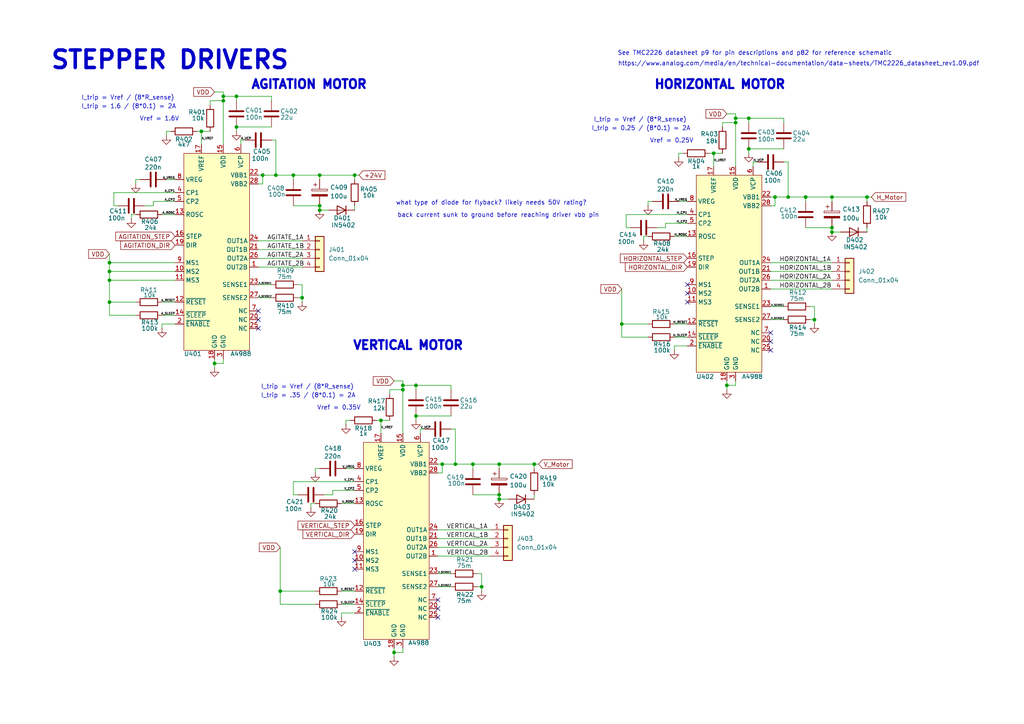
<source format=kicad_sch>
(kicad_sch (version 20250114) (generator "eeschema") (generator_version "9.0")
  (paper "A4")
  (lib_symbols
    (symbol "A4988_1"
      (property "Reference" "U" (at -7.874 20.066 0))
      (property "Value" "A4988" (at 7.366 -39.37 0))
      (symbol "A4988_1_1_1"
        (pin passive line (at -11.43 11.43 0) (length 2.54) (name "VREG") (number "8"))
        (pin input line (at -11.43 7.62 0) (length 2.54) (name "CP1") (number "4"))
        (pin input line (at -11.43 5.08 0) (length 2.54) (name "CP2") (number "5"))
        (pin input line (at -11.43 1.27 0) (length 2.54) (name "ROSC") (number "13"))
        (pin input line (at -11.43 -5.08 0) (length 2.54) (name "STEP") (number "16"))
        (pin input line (at -11.43 -7.62 0) (length 2.54) (name "DIR") (number "19"))
        (pin input line (at -11.43 -12.7 0) (length 2.54) (name "MS1") (number "9"))
        (pin input line (at -11.43 -15.24 0) (length 2.54) (name "MS2") (number "10"))
        (pin input line (at -11.43 -17.78 0) (length 2.54) (name "MS3") (number "11"))
        (pin input line (at -11.43 -24.13 0) (length 2.54) (name "~{RESET}") (number "12"))
        (pin input line (at -11.43 -27.94 0) (length 2.54) (name "~{SLEEP}") (number "14"))
        (pin input line (at -11.43 -30.48 0) (length 2.54) (name "~{ENABLE}") (number "2"))
        (pin passive line (at -3.81 21.59 270) (length 2.54) (name "VREF") (number "17"))
        (pin passive line (at 0 -40.64 90) (length 2.54) (name "GND") (number "18"))
        (pin passive line (at 2.54 21.59 270) (length 2.54) (name "VDD") (number "15"))
        (pin passive line (at 2.54 -40.64 90) (length 2.54) (name "GND") (number "3"))
        (pin input line (at 7.62 21.59 270) (length 2.54) (name "VCP") (number "6"))
        (pin input line (at 12.7 12.7 180) (length 2.54) (name "VBB1") (number "22"))
        (pin input line (at 12.7 10.16 180) (length 2.54) (name "VBB2") (number "28"))
        (pin output line (at 12.7 -6.35 180) (length 2.54) (name "OUT1A") (number "24"))
        (pin output line (at 12.7 -8.89 180) (length 2.54) (name "OUT1B") (number "21"))
        (pin output line (at 12.7 -11.43 180) (length 2.54) (name "OUT2A") (number "26"))
        (pin output line (at 12.7 -13.97 180) (length 2.54) (name "OUT2B") (number "1"))
        (pin passive line (at 12.7 -19.05 180) (length 2.54) (name "SENSE1") (number "23"))
        (pin passive line (at 12.7 -22.86 180) (length 2.54) (name "SENSE2") (number "27"))
        (pin passive line (at 12.7 -26.67 180) (length 2.54) (name "NC") (number "7"))
        (pin passive line (at 12.7 -29.21 180) (length 2.54) (name "NC") (number "20"))
        (pin passive line (at 12.7 -31.75 180) (length 2.54) (name "NC") (number "25"))
      )
    )
    (symbol "A4988_2"
      (property "Reference" "U" (at -7.874 20.066 0))
      (property "Value" "A4988" (at 7.366 -39.37 0))
      (symbol "A4988_2_1_1"
        (pin passive line (at -11.43 11.43 0) (length 2.54) (name "VREG") (number "8"))
        (pin input line (at -11.43 7.62 0) (length 2.54) (name "CP1") (number "4"))
        (pin input line (at -11.43 5.08 0) (length 2.54) (name "CP2") (number "5"))
        (pin input line (at -11.43 1.27 0) (length 2.54) (name "ROSC") (number "13"))
        (pin input line (at -11.43 -5.08 0) (length 2.54) (name "STEP") (number "16"))
        (pin input line (at -11.43 -7.62 0) (length 2.54) (name "DIR") (number "19"))
        (pin input line (at -11.43 -12.7 0) (length 2.54) (name "MS1") (number "9"))
        (pin input line (at -11.43 -15.24 0) (length 2.54) (name "MS2") (number "10"))
        (pin input line (at -11.43 -17.78 0) (length 2.54) (name "MS3") (number "11"))
        (pin input line (at -11.43 -24.13 0) (length 2.54) (name "~{RESET}") (number "12"))
        (pin input line (at -11.43 -27.94 0) (length 2.54) (name "~{SLEEP}") (number "14"))
        (pin input line (at -11.43 -30.48 0) (length 2.54) (name "~{ENABLE}") (number "2"))
        (pin passive line (at -3.81 21.59 270) (length 2.54) (name "VREF") (number "17"))
        (pin passive line (at 0 -40.64 90) (length 2.54) (name "GND") (number "18"))
        (pin passive line (at 2.54 21.59 270) (length 2.54) (name "VDD") (number "15"))
        (pin passive line (at 2.54 -40.64 90) (length 2.54) (name "GND") (number "3"))
        (pin input line (at 7.62 21.59 270) (length 2.54) (name "VCP") (number "6"))
        (pin input line (at 12.7 12.7 180) (length 2.54) (name "VBB1") (number "22"))
        (pin input line (at 12.7 10.16 180) (length 2.54) (name "VBB2") (number "28"))
        (pin output line (at 12.7 -6.35 180) (length 2.54) (name "OUT1A") (number "24"))
        (pin output line (at 12.7 -8.89 180) (length 2.54) (name "OUT1B") (number "21"))
        (pin output line (at 12.7 -11.43 180) (length 2.54) (name "OUT2A") (number "26"))
        (pin output line (at 12.7 -13.97 180) (length 2.54) (name "OUT2B") (number "1"))
        (pin passive line (at 12.7 -19.05 180) (length 2.54) (name "SENSE1") (number "23"))
        (pin passive line (at 12.7 -22.86 180) (length 2.54) (name "SENSE2") (number "27"))
        (pin passive line (at 12.7 -26.67 180) (length 2.54) (name "NC") (number "7"))
        (pin passive line (at 12.7 -29.21 180) (length 2.54) (name "NC") (number "20"))
        (pin passive line (at 12.7 -31.75 180) (length 2.54) (name "NC") (number "25"))
      )
    )
    (symbol "Connector_Generic:Conn_01x04" (pin_names (offset 1.016) (hide yes))
      (property "Reference" "J" (at 0 5.08 0))
      (property "Value" "Conn_01x04" (at 0 -7.62 0))
      (symbol "Conn_01x04_1_1"
        (pin passive line (at -5.08 2.54 0) (length 3.81) (name "Pin_1") (number "1"))
        (pin passive line (at -5.08 0 0) (length 3.81) (name "Pin_2") (number "2"))
        (pin passive line (at -5.08 -2.54 0) (length 3.81) (name "Pin_3") (number "3"))
        (pin passive line (at -5.08 -5.08 0) (length 3.81) (name "Pin_4") (number "4"))
      )
    )
    (symbol "Device:C" (pin_numbers (hide yes)) (pin_names (offset 0.254))
      (property "Reference" "C" (at 0.635 2.54 0))
      (property "Value" "C" (at 0.635 -2.54 0))
      (symbol "C_1_1"
        (pin passive line (at 0 3.81 270) (length 2.794) (name "~") (number "1"))
        (pin passive line (at 0 -3.81 90) (length 2.794) (name "~") (number "2"))
      )
    )
    (symbol "Device:C_Polarized" (pin_numbers (hide yes)) (pin_names (offset 0.254))
      (property "Reference" "C" (at 0.635 2.54 0))
      (property "Value" "C_Polarized" (at 0.635 -2.54 0))
      (symbol "C_Polarized_1_1"
        (pin passive line (at 0 3.81 270) (length 2.794) (name "~") (number "1"))
        (pin passive line (at 0 -3.81 90) (length 2.794) (name "~") (number "2"))
      )
    )
    (symbol "Device:D" (pin_numbers (hide yes)) (pin_names (offset 1.016) (hide yes))
      (property "Reference" "D" (at 0 2.54 0))
      (property "Value" "D" (at 0 -2.54 0))
      (symbol "D_1_1"
        (pin passive line (at -3.81 0 0) (length 2.54) (name "K") (number "1"))
        (pin passive line (at 3.81 0 180) (length 2.54) (name "A") (number "2"))
      )
    )
    (symbol "Device:R" (pin_numbers (hide yes)) (pin_names (offset 0))
      (property "Reference" "R" (at 2.032 0 90))
      (property "Value" "R" (at 0 0 90))
      (symbol "R_1_1"
        (pin passive line (at 0 3.81 270) (length 1.27) (name "~") (number "1"))
        (pin passive line (at 0 -3.81 90) (length 1.27) (name "~") (number "2"))
      )
    )
    (symbol "a4988_symbol:A4988"
      (property "Reference" "U" (at -7.874 20.066 0))
      (property "Value" "A4988" (at 7.366 -39.37 0))
      (symbol "A4988_1_1"
        (pin passive line (at -11.43 11.43 0) (length 2.54) (name "VREG") (number "8"))
        (pin input line (at -11.43 7.62 0) (length 2.54) (name "CP1") (number "4"))
        (pin input line (at -11.43 5.08 0) (length 2.54) (name "CP2") (number "5"))
        (pin input line (at -11.43 1.27 0) (length 2.54) (name "ROSC") (number "13"))
        (pin input line (at -11.43 -5.08 0) (length 2.54) (name "STEP") (number "16"))
        (pin input line (at -11.43 -7.62 0) (length 2.54) (name "DIR") (number "19"))
        (pin input line (at -11.43 -12.7 0) (length 2.54) (name "MS1") (number "9"))
        (pin input line (at -11.43 -15.24 0) (length 2.54) (name "MS2") (number "10"))
        (pin input line (at -11.43 -17.78 0) (length 2.54) (name "MS3") (number "11"))
        (pin input line (at -11.43 -24.13 0) (length 2.54) (name "~{RESET}") (number "12"))
        (pin input line (at -11.43 -27.94 0) (length 2.54) (name "~{SLEEP}") (number "14"))
        (pin input line (at -11.43 -30.48 0) (length 2.54) (name "~{ENABLE}") (number "2"))
        (pin passive line (at -3.81 21.59 270) (length 2.54) (name "VREF") (number "17"))
        (pin passive line (at 0 -40.64 90) (length 2.54) (name "GND") (number "18"))
        (pin passive line (at 2.54 21.59 270) (length 2.54) (name "VDD") (number "15"))
        (pin passive line (at 2.54 -40.64 90) (length 2.54) (name "GND") (number "3"))
        (pin input line (at 7.62 21.59 270) (length 2.54) (name "VCP") (number "6"))
        (pin input line (at 12.7 12.7 180) (length 2.54) (name "VBB1") (number "22"))
        (pin input line (at 12.7 10.16 180) (length 2.54) (name "VBB2") (number "28"))
        (pin output line (at 12.7 -6.35 180) (length 2.54) (name "OUT1A") (number "24"))
        (pin output line (at 12.7 -8.89 180) (length 2.54) (name "OUT1B") (number "21"))
        (pin output line (at 12.7 -11.43 180) (length 2.54) (name "OUT2A") (number "26"))
        (pin output line (at 12.7 -13.97 180) (length 2.54) (name "OUT2B") (number "1"))
        (pin passive line (at 12.7 -19.05 180) (length 2.54) (name "SENSE1") (number "23"))
        (pin passive line (at 12.7 -22.86 180) (length 2.54) (name "SENSE2") (number "27"))
        (pin passive line (at 12.7 -26.67 180) (length 2.54) (name "NC") (number "7"))
        (pin passive line (at 12.7 -29.21 180) (length 2.54) (name "NC") (number "20"))
        (pin passive line (at 12.7 -31.75 180) (length 2.54) (name "NC") (number "25"))
      )
    )
    (symbol "power:GND" (power) (pin_numbers (hide yes)) (pin_names (offset 0) (hide yes))
      (property "Value" "GND" (at 0 -3.81 0))
      (symbol "GND_1_1"
        (pin power_in line (at 0 0 270) (length 0) (name "~") (number "1"))
      )
    )
  )
  (text "I_trip = 0.25 / (8*0.1) = 2A" (at 185.928 37.338 0) (effects (font (size 1.27 1.27))))
  (text "I_trip = Vref / (8*R_sense)" (at 89.154 112.268 0) (effects (font (size 1.27 1.27))))
  (text "I_trip = Vref / (8*R_sense)" (at 37.084 28.448 0) (effects (font (size 1.27 1.27))))
  (text "Vref = 1.6V" (at 46.228 34.544 0) (effects (font (size 1.27 1.27))))
  (text "I_trip = Vref / (8*R_sense)" (at 185.674 34.798 0) (effects (font (size 1.27 1.27))))
  (text "VERTICAL MOTOR" (at 118.364 100.33 0) (effects (font (size 2.54 2.54) (thickness 1.016) (bold yes))))
  (text "back current sunk to ground before reaching driver vbb pin" (at 144.526 62.484 0) (effects (font (size 1.27 1.27))))
  (text "Vref = 0.35V" (at 98.298 118.364 0) (effects (font (size 1.27 1.27))))
  (text "I_trip = .35 / (8*0.1) = 2A" (at 89.408 114.808 0) (effects (font (size 1.27 1.27))))
  (text "AGITATION MOTOR" (at 89.662 24.638 0) (effects (font (size 2.54 2.54) (thickness 1.016) (bold yes))))
  (text "STEPPER DRIVERS" (at 49.276 17.526 0) (effects (font (size 5.08 5.08) (thickness 1.016) (bold yes))))
  (text "See TMC2226 datasheet p9 for pin descriptions and p82 for reference schematic\n" (at 218.948 15.494 0) (effects (font (size 1.27 1.27))))
  (text "Vref = 0.25V" (at 194.818 40.894 0) (effects (font (size 1.27 1.27))))
  (text "HORIZONTAL MOTOR" (at 208.788 24.638 0) (effects (font (size 2.54 2.54) (thickness 1.016) (bold yes))))
  (text "https://www.analog.com/media/en/technical-documentation/data-sheets/TMC2226_datasheet_rev1.09.pdf" (at 231.648 18.542 0) (effects (font (size 1.27 1.27))))
  (text "I_trip = 1.6 / (8*0.1) = 2A" (at 37.338 30.988 0) (effects (font (size 1.27 1.27))))
  (text "what type of diode for flyback? likely needs 50V rating?" (at 142.494 58.928 0) (effects (font (size 1.27 1.27))))
  (junction (at 180.34 93.98))
  (junction (at 217.17 43.18))
  (junction (at 241.3 57.15))
  (junction (at 64.77 29.21))
  (junction (at 62.23 105.41))
  (junction (at 110.49 121.92))
  (junction (at 92.71 50.8))
  (junction (at 68.58 27.94))
  (junction (at 120.65 120.65))
  (junction (at 217.17 34.29))
  (junction (at 102.87 50.8))
  (junction (at 31.75 81.28))
  (junction (at 233.68 57.15))
  (junction (at 224.79 57.15))
  (junction (at 64.77 27.94))
  (junction (at 31.75 78.74))
  (junction (at 58.42 38.1))
  (junction (at 251.46 57.15))
  (junction (at 144.78 144.78))
  (junction (at 241.3 66.04))
  (junction (at 128.27 134.62))
  (junction (at 68.58 36.83))
  (junction (at 213.36 34.29))
  (junction (at 154.94 134.62))
  (junction (at 92.71 59.69))
  (junction (at 116.84 113.03))
  (junction (at 228.6 57.15))
  (junction (at 87.63 86.36))
  (junction (at 139.7 170.18))
  (junction (at 31.75 76.2))
  (junction (at 92.71 60.96))
  (junction (at 76.2 50.8))
  (junction (at 210.82 111.76))
  (junction (at 144.78 134.62))
  (junction (at 241.3 67.31))
  (junction (at 80.01 50.8))
  (junction (at 236.22 92.71))
  (junction (at 207.01 44.45))
  (junction (at 120.65 111.76))
  (junction (at 31.75 87.63))
  (junction (at 144.78 143.51))
  (junction (at 213.36 35.56))
  (junction (at 132.08 134.62))
  (junction (at 114.3 189.23))
  (junction (at 116.84 111.76))
  (junction (at 137.16 134.62))
  (junction (at 85.09 50.8))
  (junction (at 81.28 171.45))
  (no_connect (at 223.52 96.52))
  (no_connect (at 102.87 162.56))
  (no_connect (at 199.39 87.63))
  (no_connect (at 74.93 90.17))
  (no_connect (at 74.93 92.71))
  (no_connect (at 199.39 82.55))
  (no_connect (at 199.39 85.09))
  (no_connect (at 102.87 160.02))
  (no_connect (at 74.93 95.25))
  (no_connect (at 127 179.07))
  (no_connect (at 102.87 165.1))
  (no_connect (at 127 176.53))
  (no_connect (at 223.52 101.6))
  (no_connect (at 127 173.99))
  (no_connect (at 223.52 99.06))
  (wire (pts (xy 101.6 121.92) (xy 100.33 121.92)))
  (wire (pts (xy 121.92 124.46) (xy 123.19 124.46)))
  (wire (pts (xy 223.52 88.9) (xy 227.33 88.9)))
  (wire (pts (xy 69.85 41.91) (xy 69.85 40.64)))
  (wire (pts (xy 50.8 78.74) (xy 31.75 78.74)))
  (wire (pts (xy 217.17 34.29) (xy 217.17 35.56)))
  (wire (pts (xy 96.52 142.24) (xy 96.52 143.51)))
  (wire (pts (xy 187.96 58.42) (xy 189.23 58.42)))
  (wire (pts (xy 85.09 139.7) (xy 85.09 143.51)))
  (wire (pts (xy 85.09 139.7) (xy 102.87 139.7)))
  (wire (pts (xy 114.3 110.49) (xy 116.84 110.49)))
  (wire (pts (xy 195.58 100.33) (xy 195.58 101.6)))
  (wire (pts (xy 209.55 35.56) (xy 213.36 35.56)))
  (wire (pts (xy 99.06 177.8) (xy 99.06 179.07)))
  (wire (pts (xy 78.74 40.64) (xy 80.01 40.64)))
  (wire (pts (xy 100.33 121.92) (xy 100.33 123.19)))
  (wire (pts (xy 38.1 62.23) (xy 38.1 63.5)))
  (wire (pts (xy 49.53 38.1) (xy 48.26 38.1)))
  (wire (pts (xy 96.52 142.24) (xy 102.87 142.24)))
  (wire (pts (xy 128.27 134.62) (xy 132.08 134.62)))
  (wire (pts (xy 116.84 189.23) (xy 114.3 189.23)))
  (wire (pts (xy 241.3 58.42) (xy 241.3 57.15)))
  (wire (pts (xy 68.58 36.83) (xy 68.58 38.1)))
  (wire (pts (xy 210.82 110.49) (xy 210.82 111.76)))
  (wire (pts (xy 74.93 77.47) (xy 87.63 77.47)))
  (wire (pts (xy 217.17 43.18) (xy 227.33 43.18)))
  (wire (pts (xy 102.87 50.8) (xy 104.14 50.8)))
  (wire (pts (xy 223.52 92.71) (xy 227.33 92.71)))
  (wire (pts (xy 64.77 41.91) (xy 64.77 29.21)))
  (wire (pts (xy 91.44 135.89) (xy 92.71 135.89)))
  (wire (pts (xy 31.75 81.28) (xy 31.75 78.74)))
  (wire (pts (xy 87.63 86.36) (xy 87.63 87.63)))
  (wire (pts (xy 93.98 143.51) (xy 96.52 143.51)))
  (wire (pts (xy 251.46 57.15) (xy 241.3 57.15)))
  (wire (pts (xy 195.58 93.98) (xy 199.39 93.98)))
  (wire (pts (xy 241.3 67.31) (xy 243.84 67.31)))
  (wire (pts (xy 81.28 158.75) (xy 81.28 171.45)))
  (wire (pts (xy 116.84 113.03) (xy 116.84 111.76)))
  (wire (pts (xy 99.06 171.45) (xy 102.87 171.45)))
  (wire (pts (xy 213.36 48.26) (xy 213.36 35.56)))
  (wire (pts (xy 180.34 97.79) (xy 180.34 93.98)))
  (wire (pts (xy 64.77 105.41) (xy 62.23 105.41)))
  (wire (pts (xy 144.78 143.51) (xy 144.78 144.78)))
  (wire (pts (xy 91.44 146.05) (xy 90.17 146.05)))
  (wire (pts (xy 223.52 76.2) (xy 241.3 76.2)))
  (wire (pts (xy 114.3 187.96) (xy 114.3 189.23)))
  (wire (pts (xy 207.01 44.45) (xy 207.01 48.26)))
  (wire (pts (xy 223.52 78.74) (xy 241.3 78.74)))
  (wire (pts (xy 236.22 92.71) (xy 236.22 93.98)))
  (wire (pts (xy 213.36 33.02) (xy 213.36 34.29)))
  (wire (pts (xy 46.99 93.98) (xy 46.99 95.25)))
  (wire (pts (xy 60.96 38.1) (xy 58.42 38.1)))
  (wire (pts (xy 241.3 66.04) (xy 241.3 67.31)))
  (wire (pts (xy 81.28 175.26) (xy 81.28 171.45)))
  (wire (pts (xy 100.33 135.89) (xy 102.87 135.89)))
  (wire (pts (xy 113.03 113.03) (xy 113.03 114.3)))
  (wire (pts (xy 46.99 62.23) (xy 50.8 62.23)))
  (wire (pts (xy 80.01 40.64) (xy 80.01 50.8)))
  (wire (pts (xy 210.82 111.76) (xy 210.82 113.03)))
  (wire (pts (xy 154.94 134.62) (xy 156.21 134.62)))
  (wire (pts (xy 91.44 137.16) (xy 91.44 135.89)))
  (wire (pts (xy 68.58 27.94) (xy 68.58 29.21)))
  (wire (pts (xy 139.7 166.37) (xy 139.7 170.18)))
  (wire (pts (xy 85.09 50.8) (xy 85.09 52.07)))
  (wire (pts (xy 50.8 81.28) (xy 31.75 81.28)))
  (wire (pts (xy 114.3 189.23) (xy 114.3 190.5)))
  (wire (pts (xy 44.45 58.42) (xy 50.8 58.42)))
  (wire (pts (xy 205.74 44.45) (xy 207.01 44.45)))
  (wire (pts (xy 62.23 104.14) (xy 62.23 105.41)))
  (wire (pts (xy 64.77 26.67) (xy 64.77 27.94)))
  (wire (pts (xy 113.03 121.92) (xy 110.49 121.92)))
  (wire (pts (xy 50.8 76.2) (xy 31.75 76.2)))
  (wire (pts (xy 193.04 64.77) (xy 193.04 66.04)))
  (wire (pts (xy 233.68 66.04) (xy 241.3 66.04)))
  (wire (pts (xy 121.92 125.73) (xy 121.92 124.46)))
  (wire (pts (xy 85.09 143.51) (xy 86.36 143.51)))
  (wire (pts (xy 116.84 111.76) (xy 120.65 111.76)))
  (wire (pts (xy 64.77 29.21) (xy 64.77 27.94)))
  (wire (pts (xy 234.95 92.71) (xy 236.22 92.71)))
  (wire (pts (xy 223.52 59.69) (xy 224.79 59.69)))
  (wire (pts (xy 234.95 88.9) (xy 236.22 88.9)))
  (wire (pts (xy 251.46 66.04) (xy 251.46 67.31)))
  (wire (pts (xy 228.6 57.15) (xy 233.68 57.15)))
  (wire (pts (xy 86.36 86.36) (xy 87.63 86.36)))
  (wire (pts (xy 39.37 52.07) (xy 40.64 52.07)))
  (wire (pts (xy 120.65 111.76) (xy 120.65 113.03)))
  (wire (pts (xy 109.22 121.92) (xy 110.49 121.92)))
  (wire (pts (xy 224.79 57.15) (xy 224.79 59.69)))
  (wire (pts (xy 127 156.21) (xy 142.24 156.21)))
  (wire (pts (xy 31.75 78.74) (xy 31.75 76.2)))
  (wire (pts (xy 33.02 55.88) (xy 50.8 55.88)))
  (wire (pts (xy 128.27 134.62) (xy 127 134.62)))
  (wire (pts (xy 224.79 57.15) (xy 228.6 57.15)))
  (wire (pts (xy 39.37 62.23) (xy 38.1 62.23)))
  (wire (pts (xy 58.42 38.1) (xy 58.42 41.91)))
  (wire (pts (xy 186.69 68.58) (xy 186.69 69.85)))
  (wire (pts (xy 62.23 105.41) (xy 62.23 106.68)))
  (wire (pts (xy 46.99 91.44) (xy 50.8 91.44)))
  (wire (pts (xy 64.77 27.94) (xy 68.58 27.94)))
  (wire (pts (xy 102.87 50.8) (xy 92.71 50.8)))
  (wire (pts (xy 80.01 50.8) (xy 85.09 50.8)))
  (wire (pts (xy 180.34 83.82) (xy 180.34 93.98)))
  (wire (pts (xy 74.93 72.39) (xy 87.63 72.39)))
  (wire (pts (xy 138.43 170.18) (xy 139.7 170.18)))
  (wire (pts (xy 81.28 171.45) (xy 91.44 171.45)))
  (wire (pts (xy 209.55 44.45) (xy 207.01 44.45)))
  (wire (pts (xy 46.99 93.98) (xy 50.8 93.98)))
  (wire (pts (xy 60.96 29.21) (xy 60.96 30.48)))
  (wire (pts (xy 196.85 44.45) (xy 196.85 45.72)))
  (wire (pts (xy 39.37 53.34) (xy 39.37 52.07)))
  (wire (pts (xy 69.85 40.64) (xy 71.12 40.64)))
  (wire (pts (xy 224.79 57.15) (xy 223.52 57.15)))
  (wire (pts (xy 144.78 144.78) (xy 147.32 144.78)))
  (wire (pts (xy 130.81 111.76) (xy 130.81 113.03)))
  (wire (pts (xy 127 158.75) (xy 142.24 158.75)))
  (wire (pts (xy 31.75 87.63) (xy 31.75 81.28)))
  (wire (pts (xy 127 161.29) (xy 142.24 161.29)))
  (wire (pts (xy 127 153.67) (xy 142.24 153.67)))
  (wire (pts (xy 181.61 66.04) (xy 182.88 66.04)))
  (wire (pts (xy 92.71 59.69) (xy 92.71 60.96)))
  (wire (pts (xy 138.43 166.37) (xy 139.7 166.37)))
  (wire (pts (xy 85.09 50.8) (xy 92.71 50.8)))
  (wire (pts (xy 33.02 59.69) (xy 34.29 59.69)))
  (wire (pts (xy 116.84 110.49) (xy 116.84 111.76)))
  (wire (pts (xy 213.36 111.76) (xy 210.82 111.76)))
  (wire (pts (xy 180.34 97.79) (xy 187.96 97.79)))
  (wire (pts (xy 217.17 34.29) (xy 227.33 34.29)))
  (wire (pts (xy 33.02 55.88) (xy 33.02 59.69)))
  (wire (pts (xy 127 170.18) (xy 130.81 170.18)))
  (wire (pts (xy 137.16 143.51) (xy 144.78 143.51)))
  (wire (pts (xy 81.28 175.26) (xy 91.44 175.26)))
  (wire (pts (xy 116.84 125.73) (xy 116.84 113.03)))
  (wire (pts (xy 154.94 143.51) (xy 154.94 144.78)))
  (wire (pts (xy 76.2 50.8) (xy 80.01 50.8)))
  (wire (pts (xy 48.26 52.07) (xy 50.8 52.07)))
  (wire (pts (xy 78.74 27.94) (xy 78.74 29.21)))
  (wire (pts (xy 90.17 146.05) (xy 90.17 147.32)))
  (wire (pts (xy 85.09 59.69) (xy 92.71 59.69)))
  (wire (pts (xy 62.23 26.67) (xy 64.77 26.67)))
  (wire (pts (xy 46.99 87.63) (xy 50.8 87.63)))
  (wire (pts (xy 181.61 62.23) (xy 181.61 66.04)))
  (wire (pts (xy 227.33 34.29) (xy 227.33 35.56)))
  (wire (pts (xy 120.65 111.76) (xy 130.81 111.76)))
  (wire (pts (xy 120.65 120.65) (xy 120.65 121.92)))
  (wire (pts (xy 233.68 57.15) (xy 241.3 57.15)))
  (wire (pts (xy 120.65 120.65) (xy 130.81 120.65)))
  (wire (pts (xy 132.08 134.62) (xy 137.16 134.62)))
  (wire (pts (xy 41.91 59.69) (xy 44.45 59.69)))
  (wire (pts (xy 99.06 175.26) (xy 102.87 175.26)))
  (wire (pts (xy 48.26 38.1) (xy 48.26 39.37)))
  (wire (pts (xy 137.16 134.62) (xy 144.78 134.62)))
  (wire (pts (xy 110.49 121.92) (xy 110.49 125.73)))
  (wire (pts (xy 127 166.37) (xy 130.81 166.37)))
  (wire (pts (xy 144.78 135.89) (xy 144.78 134.62)))
  (wire (pts (xy 154.94 134.62) (xy 144.78 134.62)))
  (wire (pts (xy 196.85 58.42) (xy 199.39 58.42)))
  (wire (pts (xy 102.87 52.07) (xy 102.87 50.8)))
  (wire (pts (xy 251.46 58.42) (xy 251.46 57.15)))
  (wire (pts (xy 198.12 44.45) (xy 196.85 44.45)))
  (wire (pts (xy 76.2 50.8) (xy 76.2 53.34)))
  (wire (pts (xy 31.75 91.44) (xy 31.75 87.63)))
  (wire (pts (xy 223.52 83.82) (xy 241.3 83.82)))
  (wire (pts (xy 218.44 48.26) (xy 218.44 46.99)))
  (wire (pts (xy 213.36 34.29) (xy 217.17 34.29)))
  (wire (pts (xy 187.96 68.58) (xy 186.69 68.58)))
  (wire (pts (xy 217.17 43.18) (xy 217.17 44.45)))
  (wire (pts (xy 99.06 177.8) (xy 102.87 177.8)))
  (wire (pts (xy 87.63 82.55) (xy 87.63 86.36)))
  (wire (pts (xy 180.34 93.98) (xy 187.96 93.98)))
  (wire (pts (xy 99.06 146.05) (xy 102.87 146.05)))
  (wire (pts (xy 31.75 91.44) (xy 39.37 91.44)))
  (wire (pts (xy 130.81 124.46) (xy 132.08 124.46)))
  (wire (pts (xy 195.58 100.33) (xy 199.39 100.33)))
  (wire (pts (xy 74.93 69.85) (xy 87.63 69.85)))
  (wire (pts (xy 74.93 86.36) (xy 78.74 86.36)))
  (wire (pts (xy 127 137.16) (xy 128.27 137.16)))
  (wire (pts (xy 195.58 97.79) (xy 199.39 97.79)))
  (wire (pts (xy 113.03 113.03) (xy 116.84 113.03)))
  (wire (pts (xy 187.96 59.69) (xy 187.96 58.42)))
  (wire (pts (xy 102.87 59.69) (xy 102.87 60.96)))
  (wire (pts (xy 236.22 88.9) (xy 236.22 92.71)))
  (wire (pts (xy 116.84 187.96) (xy 116.84 189.23)))
  (wire (pts (xy 139.7 170.18) (xy 139.7 171.45)))
  (wire (pts (xy 68.58 27.94) (xy 78.74 27.94)))
  (wire (pts (xy 218.44 46.99) (xy 219.71 46.99)))
  (wire (pts (xy 195.58 68.58) (xy 199.39 68.58)))
  (wire (pts (xy 64.77 104.14) (xy 64.77 105.41)))
  (wire (pts (xy 68.58 36.83) (xy 78.74 36.83)))
  (wire (pts (xy 137.16 134.62) (xy 137.16 135.89)))
  (wire (pts (xy 193.04 64.77) (xy 199.39 64.77)))
  (wire (pts (xy 233.68 57.15) (xy 233.68 58.42)))
  (wire (pts (xy 210.82 33.02) (xy 213.36 33.02)))
  (wire (pts (xy 31.75 73.66) (xy 31.75 76.2)))
  (wire (pts (xy 92.71 60.96) (xy 95.25 60.96)))
  (wire (pts (xy 209.55 35.56) (xy 209.55 36.83)))
  (wire (pts (xy 92.71 52.07) (xy 92.71 50.8)))
  (wire (pts (xy 57.15 38.1) (xy 58.42 38.1)))
  (wire (pts (xy 74.93 82.55) (xy 78.74 82.55)))
  (wire (pts (xy 74.93 53.34) (xy 76.2 53.34)))
  (wire (pts (xy 86.36 82.55) (xy 87.63 82.55)))
  (wire (pts (xy 223.52 81.28) (xy 241.3 81.28)))
  (wire (pts (xy 132.08 124.46) (xy 132.08 134.62)))
  (wire (pts (xy 74.93 74.93) (xy 87.63 74.93)))
  (wire (pts (xy 228.6 46.99) (xy 228.6 57.15)))
  (wire (pts (xy 31.75 87.63) (xy 39.37 87.63)))
  (wire (pts (xy 181.61 62.23) (xy 199.39 62.23)))
  (wire (pts (xy 76.2 50.8) (xy 74.93 50.8)))
  (wire (pts (xy 227.33 46.99) (xy 228.6 46.99)))
  (wire (pts (xy 213.36 35.56) (xy 213.36 34.29)))
  (wire (pts (xy 190.5 66.04) (xy 193.04 66.04)))
  (wire (pts (xy 213.36 110.49) (xy 213.36 111.76)))
  (wire (pts (xy 251.46 57.15) (xy 252.73 57.15)))
  (wire (pts (xy 60.96 29.21) (xy 64.77 29.21)))
  (wire (pts (xy 44.45 58.42) (xy 44.45 59.69)))
  (wire (pts (xy 154.94 135.89) (xy 154.94 134.62)))
  (wire (pts (xy 128.27 134.62) (xy 128.27 137.16)))
  (label "V_CP2" (at 102.87 142.24 180) (effects (font (size 0.635 0.635))))
  (label "H_RESET" (at 199.39 93.98 180) (effects (font (size 0.635 0.635))))
  (label "AGITATE_2B" (at 77.47 77.47 0))
  (label "VERTICAL_2A" (at 129.54 158.75 0))
  (label "HORIZONTAL_1A" (at 226.06 76.2 0))
  (label "AGITATE_1B" (at 77.47 72.39 0))
  (label "V_RESET" (at 102.87 171.45 180) (effects (font (size 0.635 0.635))))
  (label "H_SENSE2" (at 223.52 92.71 0) (effects (font (size 0.508 0.508))))
  (label "H_SLEEP" (at 199.39 97.79 180) (effects (font (size 0.635 0.635))))
  (label "A_SENSE2" (at 74.93 86.36 0) (effects (font (size 0.508 0.508))))
  (label "V_VCP" (at 121.92 124.46 0) (effects (font (size 0.635 0.635))))
  (label "A_CP1" (at 50.8 55.88 180) (effects (font (size 0.635 0.635))))
  (label "HORIZONTAL_2B" (at 226.06 83.82 0))
  (label "H_CP1" (at 199.39 62.23 180) (effects (font (size 0.635 0.635))))
  (label "H_VREG" (at 199.39 58.42 180) (effects (font (size 0.635 0.635))))
  (label "A_SENSE1" (at 74.93 82.55 0) (effects (font (size 0.508 0.508))))
  (label "VERTICAL_1B" (at 129.54 156.21 0))
  (label "A_RESET" (at 50.8 87.63 180) (effects (font (size 0.635 0.635))))
  (label "V_ROSC" (at 102.87 146.05 180) (effects (font (size 0.635 0.635))))
  (label "V_SENSE1" (at 127 166.37 0) (effects (font (size 0.508 0.508))))
  (label "AGITATE_2A" (at 77.47 74.93 0))
  (label "V_VREG" (at 102.87 135.89 180) (effects (font (size 0.635 0.635))))
  (label "H_CP2" (at 199.39 64.77 180) (effects (font (size 0.635 0.635))))
  (label "A_VREG" (at 50.8 52.07 180) (effects (font (size 0.635 0.635))))
  (label "V_VREF" (at 110.49 124.46 0) (effects (font (size 0.635 0.635))))
  (label "A_SLEEP" (at 50.8 91.44 180) (effects (font (size 0.635 0.635))))
  (label "VERTICAL_1A" (at 129.54 153.67 0))
  (label "VERTICAL_2B" (at 129.54 161.29 0))
  (label "A_ROSC" (at 50.8 62.23 180) (effects (font (size 0.635 0.635))))
  (label "A_VREF" (at 58.42 40.64 0) (effects (font (size 0.635 0.635))))
  (label "HORIZONTAL_2A" (at 226.06 81.28 0))
  (label "V_CP1" (at 102.87 139.7 180) (effects (font (size 0.635 0.635))))
  (label "A_VCP" (at 69.85 40.64 0) (effects (font (size 0.635 0.635))))
  (label "AGITATE_1A" (at 77.47 69.85 0))
  (label "A_CP2" (at 50.8 58.42 180) (effects (font (size 0.635 0.635))))
  (label "H_VCP" (at 218.44 46.99 0) (effects (font (size 0.635 0.635))))
  (label "V_SLEEP" (at 102.87 175.26 180) (effects (font (size 0.635 0.635))))
  (label "H_VREF" (at 207.01 46.99 0) (effects (font (size 0.635 0.635))))
  (label "HORIZONTAL_1B" (at 226.06 78.74 0))
  (label "H_ROSC" (at 199.39 68.58 180) (effects (font (size 0.635 0.635))))
  (label "V_SENSE2" (at 127 170.18 0) (effects (font (size 0.508 0.508))))
  (label "H_SENSE1" (at 223.52 88.9 0) (effects (font (size 0.508 0.508))))
  (global_label "VDD" (shape input) (at 180.34 83.82 180) (property "Intersheetrefs" "${INTERSHEET_REFS}" (effects (hide yes))))
  (global_label "+24V" (shape input) (at 104.14 50.8 0) (property "Intersheetrefs" "${INTERSHEET_REFS}" (effects (hide yes))))
  (global_label "VERTICAL_DIR" (shape input) (at 102.87 154.94 180) (property "Intersheetrefs" "${INTERSHEET_REFS}" (effects (hide yes))))
  (global_label "VDD" (shape input) (at 114.3 110.49 180) (property "Intersheetrefs" "${INTERSHEET_REFS}" (effects (hide yes))))
  (global_label "AGITATION_STEP" (shape input) (at 50.8 68.58 180) (property "Intersheetrefs" "${INTERSHEET_REFS}" (effects (hide yes))))
  (global_label "VDD" (shape input) (at 210.82 33.02 180) (property "Intersheetrefs" "${INTERSHEET_REFS}" (effects (hide yes))))
  (global_label "HORIZONTAL_DIR" (shape input) (at 199.39 77.47 180) (property "Intersheetrefs" "${INTERSHEET_REFS}" (effects (hide yes))))
  (global_label "VDD" (shape input) (at 62.23 26.67 180) (property "Intersheetrefs" "${INTERSHEET_REFS}" (effects (hide yes))))
  (global_label "AGITATION_DIR" (shape input) (at 50.8 71.12 180) (property "Intersheetrefs" "${INTERSHEET_REFS}" (effects (hide yes))))
  (global_label "VERTICAL_STEP" (shape input) (at 102.87 152.4 180) (property "Intersheetrefs" "${INTERSHEET_REFS}" (effects (hide yes))))
  (global_label "VDD" (shape input) (at 31.75 73.66 180) (property "Intersheetrefs" "${INTERSHEET_REFS}" (effects (hide yes))))
  (global_label "HORIZONTAL_STEP" (shape input) (at 199.39 74.93 180) (property "Intersheetrefs" "${INTERSHEET_REFS}" (effects (hide yes))))
  (global_label "H_Motor" (shape input) (at 252.73 57.15 0) (property "Intersheetrefs" "${INTERSHEET_REFS}" (effects (hide yes))))
  (global_label "VDD" (shape input) (at 81.28 158.75 180) (property "Intersheetrefs" "${INTERSHEET_REFS}" (effects (hide yes))))
  (global_label "V_Motor" (shape input) (at 156.21 134.62 0) (property "Intersheetrefs" "${INTERSHEET_REFS}" (effects (hide yes))))
  (symbol (lib_id "power:GND") (at 196.85 45.72 0) (unit 1)
    (property "Reference" "#PWR0404" (effects (hide yes)))
    (property "Value" "GND" (effects (hide yes)))
    (property "Description" "Power symbol creates a global label with name \"GND\" , ground" (effects (hide yes)))
  )
  (symbol (lib_id "power:GND") (at 186.69 69.85 0) (unit 1)
    (property "Reference" "#PWR0410" (effects (hide yes)))
    (property "Value" "GND" (effects (hide yes)))
    (property "Description" "Power symbol creates a global label with name \"GND\" , ground" (effects (hide yes)))
  )
  (symbol (lib_id "Device:C_Polarized") (at 144.78 139.7 0) (unit 1)
    (property "Reference" "C420" (at 147.828 138.176 0) (effects (justify left)))
    (property "Value" "100u" (at 147.828 140.716 0) (effects (justify left)))
    (property "Footprint" "Capacitor_THT:CP_Radial_D16.0mm_P7.50mm" (effects (hide yes)))
    (property "Description" "Polarized capacitor" (effects (hide yes)))
    (property "Manufacturer" "Nichicon" (effects (hide yes)))
  )
  (symbol (lib_id "Device:R") (at 43.18 87.63 90) (unit 1)
    (property "Reference" "R411" (at 45.72 84.074 90) (effects (justify left)))
    (property "Value" "10k" (at 45.212 85.598 90) (effects (justify left)))
    (property "Footprint" "Resistor_SMD:R_0603_1608Metric" (effects (hide yes)))
    (property "Description" "Resistor" (effects (hide yes)))
    (property "Manufacturer" "UNI-ROYAL(Uniroyal Elec)" (effects (hide yes)))
    (property "MPN" "0603WAF1002T5E" (effects (hide yes)))
    (property "JCSC Part Number" "C25804" (effects (hide yes)))
  )
  (symbol (lib_id "Device:C") (at 137.16 139.7 180) (unit 1)
    (property "Reference" "C419" (at 134.62 138.43 0) (effects (justify left)))
    (property "Value" "100n" (at 134.874 140.208 0) (effects (justify left)))
    (property "Footprint" "Capacitor_SMD:C_0603_1608Metric" (effects (hide yes)))
    (property "Description" "Unpolarized capacitor" (effects (hide yes)))
    (property "Manufacturer" "YAGEO" (effects (hide yes)))
    (property "MPN" "CC0603KRX7R9BB104" (effects (hide yes)))
    (property "LCSC Part Number" "C14663" (effects (hide yes)))
  )
  (symbol (lib_id "Device:R") (at 191.77 97.79 90) (unit 1)
    (property "Reference" "R416" (at 192.024 99.822 90))
    (property "Value" "100k" (at 192.024 101.6 90))
    (property "Footprint" "Resistor_SMD:R_0603_1608Metric" (effects (hide yes)))
    (property "Description" "Resistor" (effects (hide yes)))
    (property "Manufacturer" "UNI-ROYAL(Uniroyal Elec)" (effects (hide yes)))
    (property "MPN" "0603WAF1003T5E" (effects (hide yes)))
    (property "JCSC Part Number" "C25803" (effects (hide yes)))
  )
  (symbol (lib_id "power:GND") (at 92.71 60.96 0) (unit 1)
    (property "Reference" "#PWR0407" (effects (hide yes)))
    (property "Value" "GND" (effects (hide yes)))
    (property "Description" "Power symbol creates a global label with name \"GND\" , ground" (effects (hide yes)))
  )
  (symbol (lib_id "Device:C") (at 193.04 58.42 270) (unit 1)
    (property "Reference" "C410" (at 190.5 52.578 90) (effects (justify left)))
    (property "Value" "220n" (at 190.5 54.864 90) (effects (justify left)))
    (property "Footprint" "Capacitor_SMD:C_0805_2012Metric" (effects (hide yes)))
    (property "Description" "Unpolarized capacitor" (effects (hide yes)))
    (property "Manufacturer" "Samsung Electro-Mechanics" (effects (hide yes)))
    (property "MPN" "CL21B224KBFNNNE" (effects (hide yes)))
    (property "LCSC Part Number" "C5378" (effects (hide yes)))
  )
  (symbol (lib_id "power:GND") (at 62.23 106.68 0) (unit 1)
    (property "Reference" "#PWR0415" (effects (hide yes)))
    (property "Value" "GND" (effects (hide yes)))
    (property "Description" "Power symbol creates a global label with name \"GND\" , ground" (effects (hide yes)))
  )
  (symbol (lib_id "Device:D") (at 151.13 144.78 180) (unit 1)
    (property "Reference" "D403" (at 151.384 147.066 0))
    (property "Value" "IN5402" (at 151.638 149.098 0))
    (property "Footprint" "Diode_THT:D_DO-27_P15.24mm_Horizontal" (effects (hide yes)))
    (property "Description" "Diode" (effects (hide yes)))
    (property "Sim.Device" "D" (effects (hide yes)))
    (property "Sim.Pins" "1=K 2=A" (effects (hide yes)))
  )
  (symbol (lib_id "a4988_symbol:A4988") (at 114.3 147.32 0) (unit 1)
    (property "Reference" "U403" (at 105.41 186.69 0) (effects (justify left)))
    (property "Value" "A4988" (at 118.364 186.436 0) (effects (justify left)))
    (property "Footprint" "Package_DFN_QFN:QFN-28-1EP_5x5mm_P0.5mm_EP3.25x3.25mm_ThermalVias" (effects (hide yes)))
    (property "Datasheet" "kicad-embed://A4988-Datasheet.pdf" (effects (hide yes)))
  )
  (symbol (lib_id "Device:R") (at 95.25 171.45 90) (unit 1)
    (property "Reference" "R423" (at 97.79 167.894 90) (effects (justify left)))
    (property "Value" "10k" (at 97.282 169.418 90) (effects (justify left)))
    (property "Footprint" "Resistor_SMD:R_0603_1608Metric" (effects (hide yes)))
    (property "Description" "Resistor" (effects (hide yes)))
    (property "Manufacturer" "UNI-ROYAL(Uniroyal Elec)" (effects (hide yes)))
    (property "MPN" "0603WAF1002T5E" (effects (hide yes)))
    (property "JCSC Part Number" "C25804" (effects (hide yes)))
  )
  (symbol (lib_id "power:GND") (at 210.82 113.03 0) (unit 1)
    (property "Reference" "#PWR0416" (effects (hide yes)))
    (property "Value" "GND" (effects (hide yes)))
    (property "Description" "Power symbol creates a global label with name \"GND\" , ground" (effects (hide yes)))
  )
  (symbol (lib_id "power:GND") (at 39.37 53.34 0) (unit 1)
    (property "Reference" "#PWR0405" (effects (hide yes)))
    (property "Value" "GND" (effects (hide yes)))
    (property "Description" "Power symbol creates a global label with name \"GND\" , ground" (effects (hide yes)))
  )
  (symbol (lib_id "power:GND") (at 91.44 137.16 0) (unit 1)
    (property "Reference" "#PWR0419" (effects (hide yes)))
    (property "Value" "GND" (effects (hide yes)))
    (property "Description" "Power symbol creates a global label with name \"GND\" , ground" (effects (hide yes)))
  )
  (symbol (lib_id "Device:R") (at 53.34 38.1 270) (unit 1)
    (property "Reference" "R402" (at 53.34 40.386 90))
    (property "Value" "4k7" (at 53.34 41.91 90))
    (property "Footprint" "Resistor_SMD:R_0603_1608Metric" (effects (hide yes)))
    (property "Description" "Resistor" (effects (hide yes)))
  )
  (symbol (lib_id "Device:C") (at 74.93 40.64 90) (unit 1)
    (property "Reference" "C405" (at 78.486 43.942 90) (effects (justify left)))
    (property "Value" "100n" (at 77.978 45.974 90) (effects (justify left)))
    (property "Footprint" "Capacitor_SMD:C_0603_1608Metric" (effects (hide yes)))
    (property "Description" "Unpolarized capacitor" (effects (hide yes)))
    (property "Manufacturer" "YAGEO" (effects (hide yes)))
    (property "MPN" "CC0603KRX7R9BB104" (effects (hide yes)))
    (property "LCSC Part Number" "C14663" (effects (hide yes)))
  )
  (symbol (lib_id "Device:R") (at 154.94 139.7 0) (unit 1)
    (property "Reference" "R419" (at 156.464 138.684 0) (effects (justify left)))
    (property "Value" "10k" (at 157.226 140.462 0) (effects (justify left)))
    (property "Footprint" "Resistor_SMD:R_0603_1608Metric" (effects (hide yes)))
    (property "Description" "Resistor" (effects (hide yes)))
    (property "Manufacturer" "UNI-ROYAL(Uniroyal Elec)" (effects (hide yes)))
    (property "MPN" "0603WAF1002T5E" (effects (hide yes)))
    (property "JCSC Part Number" "C25804" (effects (hide yes)))
  )
  (symbol (lib_id "Device:R") (at 209.55 40.64 0) (unit 1)
    (property "Reference" "R403" (at 205.74 38.862 0))
    (property "Value" "18k" (at 206.502 40.894 0))
    (property "Footprint" "Resistor_SMD:R_0603_1608Metric" (effects (hide yes)))
    (property "Description" "Resistor" (effects (hide yes)))
  )
  (symbol (lib_id "power:GND") (at 236.22 93.98 0) (unit 1)
    (property "Reference" "#PWR0412" (effects (hide yes)))
    (property "Value" "GND" (effects (hide yes)))
    (property "Description" "Power symbol creates a global label with name \"GND\" , ground" (effects (hide yes)))
  )
  (symbol (lib_id "Device:R") (at 231.14 88.9 90) (unit 1)
    (property "Reference" "R412" (at 231.394 84.836 90))
    (property "Value" "75m" (at 231.14 86.614 90))
    (property "Footprint" "Resistor_SMD:R_1206_3216Metric" (effects (hide yes)))
    (property "Description" "Resistor" (effects (hide yes)))
    (property "Manufacturer" "Ever Ohms Tech" (effects (hide yes)))
    (property "MPN" "CR1206FR075P05R" (effects (hide yes)))
    (property "LCSC Part Number" "C149663" (effects (hide yes)))
  )
  (symbol (lib_id "Device:R") (at 105.41 121.92 270) (unit 1)
    (property "Reference" "R418" (at 105.41 124.206 90))
    (property "Value" "1k" (at 105.41 125.73 90))
    (property "Footprint" "Resistor_SMD:R_0603_1608Metric" (effects (hide yes)))
    (property "Description" "Resistor" (effects (hide yes)))
  )
  (symbol (lib_id "Device:C") (at 38.1 59.69 90) (unit 1)
    (property "Reference" "C411" (at 36.83 61.214 90) (effects (justify left)))
    (property "Value" "100n" (at 36.322 63.246 90) (effects (justify left)))
    (property "Footprint" "Capacitor_SMD:C_0603_1608Metric" (effects (hide yes)))
    (property "Description" "Unpolarized capacitor" (effects (hide yes)))
    (property "Manufacturer" "YAGEO" (effects (hide yes)))
    (property "MPN" "CC0603KRX7R9BB104" (effects (hide yes)))
    (property "LCSC Part Number" "C14663" (effects (hide yes)))
  )
  (symbol (lib_id "Device:C") (at 127 124.46 90) (unit 1)
    (property "Reference" "C417" (at 130.556 127.762 90) (effects (justify left)))
    (property "Value" "100n" (at 130.048 129.794 90) (effects (justify left)))
    (property "Footprint" "Capacitor_SMD:C_0603_1608Metric" (effects (hide yes)))
    (property "Description" "Unpolarized capacitor" (effects (hide yes)))
    (property "Manufacturer" "YAGEO" (effects (hide yes)))
    (property "MPN" "CC0603KRX7R9BB104" (effects (hide yes)))
    (property "LCSC Part Number" "C14663" (effects (hide yes)))
  )
  (symbol (lib_id "power:GND") (at 90.17 147.32 0) (unit 1)
    (property "Reference" "#PWR0421" (effects (hide yes)))
    (property "Value" "GND" (effects (hide yes)))
    (property "Description" "Power symbol creates a global label with name \"GND\" , ground" (effects (hide yes)))
  )
  (symbol (lib_id "Device:C") (at 130.81 116.84 0) (unit 1)
    (property "Reference" "C416" (at 133.35 116.078 0) (effects (justify left)))
    (property "Value" "22u" (at 133.35 117.856 0) (effects (justify left)))
    (property "Footprint" "Capacitor_SMD:C_0603_1608Metric" (effects (hide yes)))
    (property "Description" "Unpolarized capacitor" (effects (hide yes)))
    (property "Manufacturer" "Samsung Electro-Mechanics" (effects (hide yes)))
    (property "MPN" "CL21A226MAQNNNE" (effects (hide yes)))
    (property "JCSC Part Number" "C45783" (effects (hide yes)))
  )
  (symbol (lib_id "Device:C_Polarized") (at 92.71 55.88 0) (unit 1)
    (property "Reference" "C409" (at 95.758 54.356 0) (effects (justify left)))
    (property "Value" "100u" (at 95.758 56.896 0) (effects (justify left)))
    (property "Footprint" "Capacitor_THT:CP_Radial_D16.0mm_P7.50mm" (effects (hide yes)))
    (property "Description" "Polarized capacitor" (effects (hide yes)))
    (property "Manufacturer" "Nichicon" (effects (hide yes)))
  )
  (symbol (lib_id "Device:D") (at 99.06 60.96 180) (unit 1)
    (property "Reference" "D401" (at 99.314 63.246 0))
    (property "Value" "IN5402" (at 99.568 65.278 0))
    (property "Footprint" "Diode_THT:D_DO-27_P15.24mm_Horizontal" (effects (hide yes)))
    (property "Description" "Diode" (effects (hide yes)))
    (property "Sim.Device" "D" (effects (hide yes)))
    (property "Sim.Pins" "1=K 2=A" (effects (hide yes)))
  )
  (symbol (lib_id "Device:C") (at 120.65 116.84 180) (unit 1)
    (property "Reference" "C415" (at 125.73 115.824 0))
    (property "Value" "100n" (at 125.73 117.856 0))
    (property "Footprint" "Capacitor_SMD:C_0402_1005Metric" (effects (hide yes)))
    (property "Description" "Unpolarized capacitor" (effects (hide yes)))
    (property "Manufacturer" "Samsung Electro-Mechanics" (effects (hide yes)))
    (property "MPN" "CL05B104KO5NNNC" (effects (hide yes)))
    (property "JCSC Part Number" "C1525" (effects (hide yes)))
  )
  (symbol (lib_id "power:GND") (at 48.26 39.37 0) (unit 1)
    (property "Reference" "#PWR0402" (effects (hide yes)))
    (property "Value" "GND" (effects (hide yes)))
    (property "Description" "Power symbol creates a global label with name \"GND\" , ground" (effects (hide yes)))
  )
  (symbol (lib_id "Device:D") (at 247.65 67.31 180) (unit 1)
    (property "Reference" "D402" (at 247.904 69.596 0))
    (property "Value" "IN5402" (at 248.158 71.628 0))
    (property "Footprint" "Diode_THT:D_DO-27_P15.24mm_Horizontal" (effects (hide yes)))
    (property "Description" "Diode" (effects (hide yes)))
    (property "Sim.Device" "D" (effects (hide yes)))
    (property "Sim.Pins" "1=K 2=A" (effects (hide yes)))
  )
  (symbol (lib_id "power:GND") (at 139.7 171.45 0) (unit 1)
    (property "Reference" "#PWR0422" (effects (hide yes)))
    (property "Value" "GND" (effects (hide yes)))
    (property "Description" "Power symbol creates a global label with name \"GND\" , ground" (effects (hide yes)))
  )
  (symbol (lib_id "Device:R") (at 43.18 91.44 90) (unit 1)
    (property "Reference" "R413" (at 43.434 93.472 90))
    (property "Value" "100k" (at 43.434 95.25 90))
    (property "Footprint" "Resistor_SMD:R_0603_1608Metric" (effects (hide yes)))
    (property "Description" "Resistor" (effects (hide yes)))
    (property "Manufacturer" "UNI-ROYAL(Uniroyal Elec)" (effects (hide yes)))
    (property "MPN" "0603WAF1003T5E" (effects (hide yes)))
    (property "JCSC Part Number" "C25803" (effects (hide yes)))
  )
  (symbol (lib_id "Device:C") (at 233.68 62.23 180) (unit 1)
    (property "Reference" "C412" (at 231.14 60.96 0) (effects (justify left)))
    (property "Value" "100n" (at 231.394 62.738 0) (effects (justify left)))
    (property "Footprint" "Capacitor_SMD:C_0603_1608Metric" (effects (hide yes)))
    (property "Description" "Unpolarized capacitor" (effects (hide yes)))
    (property "Manufacturer" "YAGEO" (effects (hide yes)))
    (property "MPN" "CC0603KRX7R9BB104" (effects (hide yes)))
    (property "LCSC Part Number" "C14663" (effects (hide yes)))
  )
  (symbol (lib_id "power:GND") (at 195.58 101.6 0) (unit 1)
    (property "Reference" "#PWR0414" (effects (hide yes)))
    (property "Value" "GND" (effects (hide yes)))
    (property "Description" "Power symbol creates a global label with name \"GND\" , ground" (effects (hide yes)))
  )
  (symbol (lib_id "Device:C") (at 227.33 39.37 0) (unit 1)
    (property "Reference" "C404" (at 229.87 38.608 0) (effects (justify left)))
    (property "Value" "22u" (at 229.87 40.386 0) (effects (justify left)))
    (property "Footprint" "Capacitor_SMD:C_0603_1608Metric" (effects (hide yes)))
    (property "Description" "Unpolarized capacitor" (effects (hide yes)))
    (property "Manufacturer" "Samsung Electro-Mechanics" (effects (hide yes)))
    (property "MPN" "CL21A226MAQNNNE" (effects (hide yes)))
    (property "JCSC Part Number" "C45783" (effects (hide yes)))
  )
  (symbol (lib_id "Device:R") (at 95.25 175.26 90) (unit 1)
    (property "Reference" "R424" (at 95.504 177.292 90))
    (property "Value" "100k" (at 95.504 179.07 90))
    (property "Footprint" "Resistor_SMD:R_0603_1608Metric" (effects (hide yes)))
    (property "Description" "Resistor" (effects (hide yes)))
    (property "Manufacturer" "UNI-ROYAL(Uniroyal Elec)" (effects (hide yes)))
    (property "MPN" "0603WAF1003T5E" (effects (hide yes)))
    (property "JCSC Part Number" "C25803" (effects (hide yes)))
  )
  (symbol (lib_name "A4988_2") (lib_id "a4988_symbol:A4988") (at 210.82 69.85 0) (unit 1)
    (property "Reference" "U402" (at 201.93 109.22 0) (effects (justify left)))
    (property "Value" "A4988" (at 215.138 109.22 0) (effects (justify left)))
    (property "Footprint" "Package_DFN_QFN:QFN-28-1EP_5x5mm_P0.5mm_EP3.25x3.25mm_ThermalVias" (effects (hide yes)))
    (property "Datasheet" "kicad-embed://A4988-Datasheet.pdf" (effects (hide yes)))
  )
  (symbol (lib_id "power:GND") (at 99.06 179.07 0) (unit 1)
    (property "Reference" "#PWR0423" (effects (hide yes)))
    (property "Value" "GND" (effects (hide yes)))
    (property "Description" "Power symbol creates a global label with name \"GND\" , ground" (effects (hide yes)))
  )
  (symbol (lib_id "Connector_Generic:Conn_01x04") (at 246.38 78.74 0) (unit 1)
    (property "Reference" "J402" (at 248.92 78.7399 0) (effects (justify left)))
    (property "Value" "Conn_01x04" (at 248.92 81.2799 0) (effects (justify left)))
    (property "Footprint" "TerminalBlock:TerminalBlock_bornier-4_P5.08mm" (effects (hide yes)))
    (property "Description" "Generic connector, single row, 01x04, script generated (kicad-library-utils/schlib/autogen/connector/)" (effects (hide yes)))
  )
  (symbol (lib_id "Device:R") (at 191.77 93.98 90) (unit 1)
    (property "Reference" "R415" (at 194.31 90.424 90) (effects (justify left)))
    (property "Value" "10k" (at 193.802 91.948 90) (effects (justify left)))
    (property "Footprint" "Resistor_SMD:R_0603_1608Metric" (effects (hide yes)))
    (property "Description" "Resistor" (effects (hide yes)))
    (property "Manufacturer" "UNI-ROYAL(Uniroyal Elec)" (effects (hide yes)))
    (property "MPN" "0603WAF1002T5E" (effects (hide yes)))
    (property "JCSC Part Number" "C25804" (effects (hide yes)))
  )
  (symbol (lib_id "Device:R") (at 201.93 44.45 270) (unit 1)
    (property "Reference" "R404" (at 201.93 46.736 90))
    (property "Value" "1k" (at 201.93 48.26 90))
    (property "Footprint" "Resistor_SMD:R_0603_1608Metric" (effects (hide yes)))
    (property "Description" "Resistor" (effects (hide yes)))
  )
  (symbol (lib_id "Device:C") (at 96.52 135.89 270) (unit 1)
    (property "Reference" "C418" (at 93.98 130.048 90) (effects (justify left)))
    (property "Value" "220n" (at 93.98 132.334 90) (effects (justify left)))
    (property "Footprint" "Capacitor_SMD:C_0805_2012Metric" (effects (hide yes)))
    (property "Description" "Unpolarized capacitor" (effects (hide yes)))
    (property "Manufacturer" "Samsung Electro-Mechanics" (effects (hide yes)))
    (property "MPN" "CL21B224KBFNNNE" (effects (hide yes)))
    (property "LCSC Part Number" "C5378" (effects (hide yes)))
  )
  (symbol (lib_id "Device:C_Polarized") (at 241.3 62.23 0) (unit 1)
    (property "Reference" "C413" (at 244.348 60.706 0) (effects (justify left)))
    (property "Value" "100u" (at 244.348 63.246 0) (effects (justify left)))
    (property "Footprint" "Capacitor_THT:CP_Radial_D16.0mm_P7.50mm" (effects (hide yes)))
    (property "Description" "Polarized capacitor" (effects (hide yes)))
    (property "Manufacturer" "Nichicon" (effects (hide yes)))
  )
  (symbol (lib_id "Device:R") (at 60.96 34.29 0) (unit 1)
    (property "Reference" "R401" (at 54.61 32.512 0) (effects (justify left)))
    (property "Value" "10k" (at 55.626 34.29 0) (effects (justify left)))
    (property "Footprint" "Resistor_SMD:R_0603_1608Metric" (effects (hide yes)))
    (property "Description" "Resistor" (effects (hide yes)))
    (property "Manufacturer" "UNI-ROYAL(Uniroyal Elec)" (effects (hide yes)))
    (property "MPN" "0603WAF1002T5E" (effects (hide yes)))
    (property "JCSC Part Number" "C25804" (effects (hide yes)))
  )
  (symbol (lib_id "Device:R") (at 251.46 62.23 0) (unit 1)
    (property "Reference" "R407" (at 252.984 61.214 0) (effects (justify left)))
    (property "Value" "10k" (at 253.746 62.992 0) (effects (justify left)))
    (property "Footprint" "Resistor_SMD:R_0603_1608Metric" (effects (hide yes)))
    (property "Description" "Resistor" (effects (hide yes)))
    (property "Manufacturer" "UNI-ROYAL(Uniroyal Elec)" (effects (hide yes)))
    (property "MPN" "0603WAF1002T5E" (effects (hide yes)))
    (property "JCSC Part Number" "C25804" (effects (hide yes)))
  )
  (symbol (lib_id "power:GND") (at 100.33 123.19 0) (unit 1)
    (property "Reference" "#PWR0418" (effects (hide yes)))
    (property "Value" "GND" (effects (hide yes)))
    (property "Description" "Power symbol creates a global label with name \"GND\" , ground" (effects (hide yes)))
  )
  (symbol (lib_id "power:GND") (at 120.65 121.92 0) (unit 1)
    (property "Reference" "#PWR0417" (effects (hide yes)))
    (property "Value" "GND" (effects (hide yes)))
    (property "Description" "Power symbol creates a global label with name \"GND\" , ground" (effects (hide yes)))
  )
  (symbol (lib_id "power:GND") (at 68.58 38.1 0) (unit 1)
    (property "Reference" "#PWR0401" (effects (hide yes)))
    (property "Value" "GND" (effects (hide yes)))
    (property "Description" "Power symbol creates a global label with name \"GND\" , ground" (effects (hide yes)))
  )
  (symbol (lib_id "power:GND") (at 46.99 95.25 0) (unit 1)
    (property "Reference" "#PWR0413" (effects (hide yes)))
    (property "Value" "GND" (effects (hide yes)))
    (property "Description" "Power symbol creates a global label with name \"GND\" , ground" (effects (hide yes)))
  )
  (symbol (lib_id "power:GND") (at 38.1 63.5 0) (unit 1)
    (property "Reference" "#PWR0408" (effects (hide yes)))
    (property "Value" "GND" (effects (hide yes)))
    (property "Description" "Power symbol creates a global label with name \"GND\" , ground" (effects (hide yes)))
  )
  (symbol (lib_id "Device:R") (at 43.18 62.23 90) (unit 1)
    (property "Reference" "R406" (at 43.434 64.262 90))
    (property "Value" "24k" (at 43.688 66.04 90))
    (property "Footprint" "Resistor_SMD:R_0603_1608Metric" (effects (hide yes)))
    (property "Description" "Resistor" (effects (hide yes)))
    (property "Manufacturer" "UNI-ROYAL(Uniroyal Elec)" (effects (hide yes)))
    (property "MPN" "0603WAF2402T5E" (effects (hide yes)))
    (property "JCSC Part Number" "C23352" (effects (hide yes)))
  )
  (symbol (lib_id "Device:R") (at 191.77 68.58 90) (unit 1)
    (property "Reference" "R408" (at 192.024 70.612 90))
    (property "Value" "24k" (at 192.278 72.39 90))
    (property "Footprint" "Resistor_SMD:R_0603_1608Metric" (effects (hide yes)))
    (property "Description" "Resistor" (effects (hide yes)))
    (property "Manufacturer" "UNI-ROYAL(Uniroyal Elec)" (effects (hide yes)))
    (property "MPN" "0603WAF2402T5E" (effects (hide yes)))
    (property "JCSC Part Number" "C23352" (effects (hide yes)))
  )
  (symbol (lib_id "Device:C") (at 68.58 33.02 180) (unit 1)
    (property "Reference" "C401" (at 73.66 32.004 0))
    (property "Value" "100n" (at 73.66 34.036 0))
    (property "Footprint" "Capacitor_SMD:C_0402_1005Metric" (effects (hide yes)))
    (property "Description" "Unpolarized capacitor" (effects (hide yes)))
    (property "Manufacturer" "Samsung Electro-Mechanics" (effects (hide yes)))
    (property "MPN" "CL05B104KO5NNNC" (effects (hide yes)))
    (property "JCSC Part Number" "C1525" (effects (hide yes)))
  )
  (symbol (lib_id "power:GND") (at 114.3 190.5 0) (unit 1)
    (property "Reference" "#PWR0424" (effects (hide yes)))
    (property "Value" "GND" (effects (hide yes)))
    (property "Description" "Power symbol creates a global label with name \"GND\" , ground" (effects (hide yes)))
  )
  (symbol (lib_id "power:GND") (at 144.78 144.78 0) (unit 1)
    (property "Reference" "#PWR0420" (effects (hide yes)))
    (property "Value" "GND" (effects (hide yes)))
    (property "Description" "Power symbol creates a global label with name \"GND\" , ground" (effects (hide yes)))
  )
  (symbol (lib_id "power:GND") (at 187.96 59.69 0) (unit 1)
    (property "Reference" "#PWR0406" (effects (hide yes)))
    (property "Value" "GND" (effects (hide yes)))
    (property "Description" "Power symbol creates a global label with name \"GND\" , ground" (effects (hide yes)))
  )
  (symbol (lib_name "A4988_1") (lib_id "a4988_symbol:A4988") (at 62.23 63.5 0) (unit 1)
    (property "Reference" "U401" (at 53.34 102.616 0) (effects (justify left)))
    (property "Value" "A4988" (at 66.802 102.616 0) (effects (justify left)))
    (property "Footprint" "Package_DFN_QFN:QFN-28-1EP_5x5mm_P0.5mm_EP3.25x3.25mm_ThermalVias" (effects (hide yes)))
    (property "Datasheet" "kicad-embed://A4988-Datasheet.pdf" (effects (hide yes)))
  )
  (symbol (lib_id "Connector_Generic:Conn_01x04") (at 147.32 156.21 0) (unit 1)
    (property "Reference" "J403" (at 149.86 156.2099 0) (effects (justify left)))
    (property "Value" "Conn_01x04" (at 149.86 158.7499 0) (effects (justify left)))
    (property "Footprint" "TerminalBlock:TerminalBlock_bornier-4_P5.08mm" (effects (hide yes)))
    (property "Description" "Generic connector, single row, 01x04, script generated (kicad-library-utils/schlib/autogen/connector/)" (effects (hide yes)))
  )
  (symbol (lib_id "Device:C") (at 186.69 66.04 90) (unit 1)
    (property "Reference" "C414" (at 184.658 68.072 90) (effects (justify left)))
    (property "Value" "100n" (at 184.15 70.104 90) (effects (justify left)))
    (property "Footprint" "Capacitor_SMD:C_0603_1608Metric" (effects (hide yes)))
    (property "Description" "Unpolarized capacitor" (effects (hide yes)))
    (property "Manufacturer" "YAGEO" (effects (hide yes)))
    (property "MPN" "CC0603KRX7R9BB104" (effects (hide yes)))
    (property "LCSC Part Number" "C14663" (effects (hide yes)))
  )
  (symbol (lib_id "Device:C") (at 217.17 39.37 180) (unit 1)
    (property "Reference" "C403" (at 222.25 38.354 0))
    (property "Value" "100n" (at 222.25 40.386 0))
    (property "Footprint" "Capacitor_SMD:C_0402_1005Metric" (effects (hide yes)))
    (property "Description" "Unpolarized capacitor" (effects (hide yes)))
    (property "Manufacturer" "Samsung Electro-Mechanics" (effects (hide yes)))
    (property "MPN" "CL05B104KO5NNNC" (effects (hide yes)))
    (property "JCSC Part Number" "C1525" (effects (hide yes)))
  )
  (symbol (lib_id "Connector_Generic:Conn_01x04") (at 92.71 72.39 0) (unit 1)
    (property "Reference" "J401" (at 95.25 72.3899 0) (effects (justify left)))
    (property "Value" "Conn_01x04" (at 95.25 74.9299 0) (effects (justify left)))
    (property "Footprint" "TerminalBlock:TerminalBlock_bornier-4_P5.08mm" (effects (hide yes)))
    (property "Description" "Generic connector, single row, 01x04, script generated (kicad-library-utils/schlib/autogen/connector/)" (effects (hide yes)))
  )
  (symbol (lib_id "Device:R") (at 82.55 86.36 90) (unit 1)
    (property "Reference" "R410" (at 82.804 88.646 90))
    (property "Value" "75m" (at 82.55 90.424 90))
    (property "Footprint" "Resistor_SMD:R_1206_3216Metric" (effects (hide yes)))
    (property "Description" "Resistor" (effects (hide yes)))
    (property "Manufacturer" "Ever Ohms Tech" (effects (hide yes)))
    (property "MPN" "CR1206FR075P05R" (effects (hide yes)))
    (property "LCSC Part Number" "C149663" (effects (hide yes)))
  )
  (symbol (lib_id "Device:C") (at 44.45 52.07 270) (unit 1)
    (property "Reference" "C407" (at 41.91 46.228 90) (effects (justify left)))
    (property "Value" "220n" (at 41.91 48.514 90) (effects (justify left)))
    (property "Footprint" "Capacitor_SMD:C_0805_2012Metric" (effects (hide yes)))
    (property "Description" "Unpolarized capacitor" (effects (hide yes)))
    (property "Manufacturer" "Samsung Electro-Mechanics" (effects (hide yes)))
    (property "MPN" "CL21B224KBFNNNE" (effects (hide yes)))
    (property "LCSC Part Number" "C5378" (effects (hide yes)))
  )
  (symbol (lib_id "Device:C") (at 223.52 46.99 90) (unit 1)
    (property "Reference" "C406" (at 227.076 50.292 90) (effects (justify left)))
    (property "Value" "100n" (at 226.568 52.324 90) (effects (justify left)))
    (property "Footprint" "Capacitor_SMD:C_0603_1608Metric" (effects (hide yes)))
    (property "Description" "Unpolarized capacitor" (effects (hide yes)))
    (property "Manufacturer" "YAGEO" (effects (hide yes)))
    (property "MPN" "CC0603KRX7R9BB104" (effects (hide yes)))
    (property "LCSC Part Number" "C14663" (effects (hide yes)))
  )
  (symbol (lib_id "power:GND") (at 217.17 44.45 0) (unit 1)
    (property "Reference" "#PWR0403" (effects (hide yes)))
    (property "Value" "GND" (effects (hide yes)))
    (property "Description" "Power symbol creates a global label with name \"GND\" , ground" (effects (hide yes)))
  )
  (symbol (lib_id "Device:C") (at 85.09 55.88 180) (unit 1)
    (property "Reference" "C408" (at 82.55 54.61 0) (effects (justify left)))
    (property "Value" "100n" (at 82.804 56.388 0) (effects (justify left)))
    (property "Footprint" "Capacitor_SMD:C_0603_1608Metric" (effects (hide yes)))
    (property "Description" "Unpolarized capacitor" (effects (hide yes)))
    (property "Manufacturer" "YAGEO" (effects (hide yes)))
    (property "MPN" "CC0603KRX7R9BB104" (effects (hide yes)))
    (property "LCSC Part Number" "C14663" (effects (hide yes)))
  )
  (symbol (lib_id "Device:R") (at 134.62 166.37 90) (unit 1)
    (property "Reference" "R421" (at 134.874 162.306 90))
    (property "Value" "75m" (at 134.62 164.084 90))
    (property "Footprint" "Resistor_SMD:R_1206_3216Metric" (effects (hide yes)))
    (property "Description" "Resistor" (effects (hide yes)))
    (property "Manufacturer" "Ever Ohms Tech" (effects (hide yes)))
    (property "MPN" "CR1206FR075P05R" (effects (hide yes)))
    (property "LCSC Part Number" "C149663" (effects (hide yes)))
  )
  (symbol (lib_id "Device:C") (at 78.74 33.02 0) (unit 1)
    (property "Reference" "C402" (at 81.28 32.258 0) (effects (justify left)))
    (property "Value" "22u" (at 81.28 34.036 0) (effects (justify left)))
    (property "Footprint" "Capacitor_SMD:C_0603_1608Metric" (effects (hide yes)))
    (property "Description" "Unpolarized capacitor" (effects (hide yes)))
    (property "Manufacturer" "Samsung Electro-Mechanics" (effects (hide yes)))
    (property "MPN" "CL21A226MAQNNNE" (effects (hide yes)))
    (property "JCSC Part Number" "C45783" (effects (hide yes)))
  )
  (symbol (lib_id "Device:R") (at 82.55 82.55 90) (unit 1)
    (property "Reference" "R409" (at 82.804 78.486 90))
    (property "Value" "75m" (at 82.55 80.264 90))
    (property "Footprint" "Resistor_SMD:R_1206_3216Metric" (effects (hide yes)))
    (property "Description" "Resistor" (effects (hide yes)))
    (property "Manufacturer" "Ever Ohms Tech" (effects (hide yes)))
    (property "MPN" "CR1206FR075P05R" (effects (hide yes)))
    (property "LCSC Part Number" "C149663" (effects (hide yes)))
  )
  (symbol (lib_id "Device:R") (at 102.87 55.88 0) (unit 1)
    (property "Reference" "R405" (at 104.394 54.864 0) (effects (justify left)))
    (property "Value" "10k" (at 105.156 56.642 0) (effects (justify left)))
    (property "Footprint" "Resistor_SMD:R_0603_1608Metric" (effects (hide yes)))
    (property "Description" "Resistor" (effects (hide yes)))
    (property "Manufacturer" "UNI-ROYAL(Uniroyal Elec)" (effects (hide yes)))
    (property "MPN" "0603WAF1002T5E" (effects (hide yes)))
    (property "JCSC Part Number" "C25804" (effects (hide yes)))
  )
  (symbol (lib_id "Device:C") (at 90.17 143.51 90) (unit 1)
    (property "Reference" "C421" (at 88.138 145.542 90) (effects (justify left)))
    (property "Value" "100n" (at 87.63 147.574 90) (effects (justify left)))
    (property "Footprint" "Capacitor_SMD:C_0603_1608Metric" (effects (hide yes)))
    (property "Description" "Unpolarized capacitor" (effects (hide yes)))
    (property "Manufacturer" "YAGEO" (effects (hide yes)))
    (property "MPN" "CC0603KRX7R9BB104" (effects (hide yes)))
    (property "LCSC Part Number" "C14663" (effects (hide yes)))
  )
  (symbol (lib_id "Device:R") (at 95.25 146.05 90) (unit 1)
    (property "Reference" "R420" (at 95.504 148.082 90))
    (property "Value" "24k" (at 95.758 149.86 90))
    (property "Footprint" "Resistor_SMD:R_0603_1608Metric" (effects (hide yes)))
    (property "Description" "Resistor" (effects (hide yes)))
    (property "Manufacturer" "UNI-ROYAL(Uniroyal Elec)" (effects (hide yes)))
    (property "MPN" "0603WAF2402T5E" (effects (hide yes)))
    (property "JCSC Part Number" "C23352" (effects (hide yes)))
  )
  (symbol (lib_id "Device:R") (at 113.03 118.11 0) (unit 1)
    (property "Reference" "R417" (at 109.22 116.332 0))
    (property "Value" "12k" (at 109.982 118.364 0))
    (property "Footprint" "Resistor_SMD:R_0603_1608Metric" (effects (hide yes)))
    (property "Description" "Resistor" (effects (hide yes)))
  )
  (symbol (lib_id "power:GND") (at 87.63 87.63 0) (unit 1)
    (property "Reference" "#PWR0411" (effects (hide yes)))
    (property "Value" "GND" (effects (hide yes)))
    (property "Description" "Power symbol creates a global label with name \"GND\" , ground" (effects (hide yes)))
  )
  (symbol (lib_id "Device:R") (at 231.14 92.71 90) (unit 1)
    (property "Reference" "R414" (at 231.394 94.996 90))
    (property "Value" "75m" (at 231.14 96.774 90))
    (property "Footprint" "Resistor_SMD:R_1206_3216Metric" (effects (hide yes)))
    (property "Description" "Resistor" (effects (hide yes)))
    (property "Manufacturer" "Ever Ohms Tech" (effects (hide yes)))
    (property "MPN" "CR1206FR075P05R" (effects (hide yes)))
    (property "LCSC Part Number" "C149663" (effects (hide yes)))
  )
  (symbol (lib_id "Device:R") (at 134.62 170.18 90) (unit 1)
    (property "Reference" "R422" (at 134.874 172.466 90))
    (property "Value" "75m" (at 134.62 174.244 90))
    (property "Footprint" "Resistor_SMD:R_1206_3216Metric" (effects (hide yes)))
    (property "Description" "Resistor" (effects (hide yes)))
    (property "Manufacturer" "Ever Ohms Tech" (effects (hide yes)))
    (property "MPN" "CR1206FR075P05R" (effects (hide yes)))
    (property "LCSC Part Number" "C149663" (effects (hide yes)))
  )
  (symbol (lib_id "power:GND") (at 241.3 67.31 0) (unit 1)
    (property "Reference" "#PWR0409" (effects (hide yes)))
    (property "Value" "GND" (effects (hide yes)))
    (property "Description" "Power symbol creates a global label with name \"GND\" , ground" (effects (hide yes)))
  )
)
</source>
